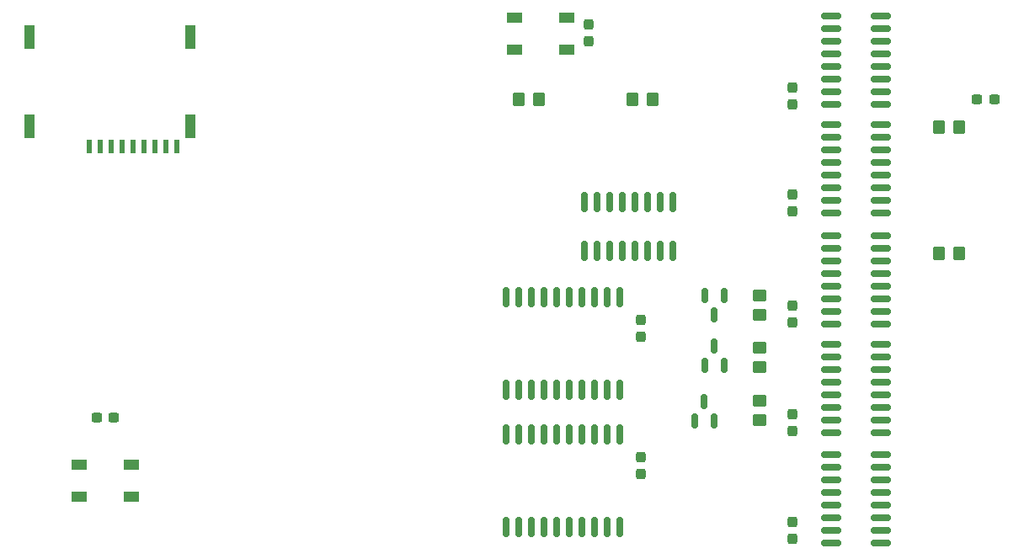
<source format=gbr>
%TF.GenerationSoftware,KiCad,Pcbnew,9.0.4*%
%TF.CreationDate,2025-09-26T12:58:40-07:00*%
%TF.ProjectId,SD-PGMR,53442d50-474d-4522-9e6b-696361645f70,v1.0*%
%TF.SameCoordinates,Original*%
%TF.FileFunction,Paste,Top*%
%TF.FilePolarity,Positive*%
%FSLAX46Y46*%
G04 Gerber Fmt 4.6, Leading zero omitted, Abs format (unit mm)*
G04 Created by KiCad (PCBNEW 9.0.4) date 2025-09-26 12:58:40*
%MOMM*%
%LPD*%
G01*
G04 APERTURE LIST*
G04 Aperture macros list*
%AMRoundRect*
0 Rectangle with rounded corners*
0 $1 Rounding radius*
0 $2 $3 $4 $5 $6 $7 $8 $9 X,Y pos of 4 corners*
0 Add a 4 corners polygon primitive as box body*
4,1,4,$2,$3,$4,$5,$6,$7,$8,$9,$2,$3,0*
0 Add four circle primitives for the rounded corners*
1,1,$1+$1,$2,$3*
1,1,$1+$1,$4,$5*
1,1,$1+$1,$6,$7*
1,1,$1+$1,$8,$9*
0 Add four rect primitives between the rounded corners*
20,1,$1+$1,$2,$3,$4,$5,0*
20,1,$1+$1,$4,$5,$6,$7,0*
20,1,$1+$1,$6,$7,$8,$9,0*
20,1,$1+$1,$8,$9,$2,$3,0*%
G04 Aperture macros list end*
%ADD10RoundRect,0.237500X-0.300000X-0.237500X0.300000X-0.237500X0.300000X0.237500X-0.300000X0.237500X0*%
%ADD11R,1.600000X1.000000*%
%ADD12RoundRect,0.150000X0.825000X0.150000X-0.825000X0.150000X-0.825000X-0.150000X0.825000X-0.150000X0*%
%ADD13RoundRect,0.150000X0.150000X-0.825000X0.150000X0.825000X-0.150000X0.825000X-0.150000X-0.825000X0*%
%ADD14RoundRect,0.150000X-0.150000X0.875000X-0.150000X-0.875000X0.150000X-0.875000X0.150000X0.875000X0*%
%ADD15R,0.620000X1.400000*%
%ADD16R,1.100000X2.400000*%
%ADD17RoundRect,0.250000X-0.350000X-0.450000X0.350000X-0.450000X0.350000X0.450000X-0.350000X0.450000X0*%
%ADD18RoundRect,0.250000X0.350000X0.450000X-0.350000X0.450000X-0.350000X-0.450000X0.350000X-0.450000X0*%
%ADD19RoundRect,0.250000X0.450000X-0.350000X0.450000X0.350000X-0.450000X0.350000X-0.450000X-0.350000X0*%
%ADD20RoundRect,0.250000X-0.450000X0.350000X-0.450000X-0.350000X0.450000X-0.350000X0.450000X0.350000X0*%
%ADD21RoundRect,0.150000X0.150000X-0.587500X0.150000X0.587500X-0.150000X0.587500X-0.150000X-0.587500X0*%
%ADD22RoundRect,0.150000X-0.150000X0.587500X-0.150000X-0.587500X0.150000X-0.587500X0.150000X0.587500X0*%
%ADD23RoundRect,0.237500X-0.237500X0.300000X-0.237500X-0.300000X0.237500X-0.300000X0.237500X0.300000X0*%
%ADD24RoundRect,0.237500X0.300000X0.237500X-0.300000X0.237500X-0.300000X-0.237500X0.300000X-0.237500X0*%
G04 APERTURE END LIST*
D10*
%TO.C,C10*%
X173381500Y-88900000D03*
X175106500Y-88900000D03*
%TD*%
D11*
%TO.C,SW2*%
X83100000Y-125650000D03*
X88350000Y-125650000D03*
X83100000Y-128850000D03*
X88350000Y-128850000D03*
%TD*%
%TO.C,SW1*%
X126915000Y-80696000D03*
X132165000Y-80696000D03*
X126915000Y-83896000D03*
X132165000Y-83896000D03*
%TD*%
D12*
%TO.C,U9*%
X163672500Y-89408000D03*
X163672500Y-88138000D03*
X163672500Y-86868000D03*
X163672500Y-85598000D03*
X163672500Y-84328000D03*
X163672500Y-83058000D03*
X163672500Y-81788000D03*
X163672500Y-80518000D03*
X158722500Y-80518000D03*
X158722500Y-81788000D03*
X158722500Y-83058000D03*
X158722500Y-84328000D03*
X158722500Y-85598000D03*
X158722500Y-86868000D03*
X158722500Y-88138000D03*
X158722500Y-89408000D03*
%TD*%
%TO.C,U8*%
X163672500Y-100330000D03*
X163672500Y-99060000D03*
X163672500Y-97790000D03*
X163672500Y-96520000D03*
X163672500Y-95250000D03*
X163672500Y-93980000D03*
X163672500Y-92710000D03*
X163672500Y-91440000D03*
X158722500Y-91440000D03*
X158722500Y-92710000D03*
X158722500Y-93980000D03*
X158722500Y-95250000D03*
X158722500Y-96520000D03*
X158722500Y-97790000D03*
X158722500Y-99060000D03*
X158722500Y-100330000D03*
%TD*%
%TO.C,U7*%
X163672500Y-111506000D03*
X163672500Y-110236000D03*
X163672500Y-108966000D03*
X163672500Y-107696000D03*
X163672500Y-106426000D03*
X163672500Y-105156000D03*
X163672500Y-103886000D03*
X163672500Y-102616000D03*
X158722500Y-102616000D03*
X158722500Y-103886000D03*
X158722500Y-105156000D03*
X158722500Y-106426000D03*
X158722500Y-107696000D03*
X158722500Y-108966000D03*
X158722500Y-110236000D03*
X158722500Y-111506000D03*
%TD*%
%TO.C,U6*%
X163672500Y-122428000D03*
X163672500Y-121158000D03*
X163672500Y-119888000D03*
X163672500Y-118618000D03*
X163672500Y-117348000D03*
X163672500Y-116078000D03*
X163672500Y-114808000D03*
X163672500Y-113538000D03*
X158722500Y-113538000D03*
X158722500Y-114808000D03*
X158722500Y-116078000D03*
X158722500Y-117348000D03*
X158722500Y-118618000D03*
X158722500Y-119888000D03*
X158722500Y-121158000D03*
X158722500Y-122428000D03*
%TD*%
%TO.C,U5*%
X163672500Y-133477000D03*
X163672500Y-132207000D03*
X163672500Y-130937000D03*
X163672500Y-129667000D03*
X163672500Y-128397000D03*
X163672500Y-127127000D03*
X163672500Y-125857000D03*
X163672500Y-124587000D03*
X158722500Y-124587000D03*
X158722500Y-125857000D03*
X158722500Y-127127000D03*
X158722500Y-128397000D03*
X158722500Y-129667000D03*
X158722500Y-130937000D03*
X158722500Y-132207000D03*
X158722500Y-133477000D03*
%TD*%
D13*
%TO.C,U4*%
X133892500Y-104140000D03*
X135162500Y-104140000D03*
X136432500Y-104140000D03*
X137702500Y-104140000D03*
X138972500Y-104140000D03*
X140242500Y-104140000D03*
X141512500Y-104140000D03*
X142782500Y-104140000D03*
X142782500Y-99190000D03*
X141512500Y-99190000D03*
X140242500Y-99190000D03*
X138972500Y-99190000D03*
X137702500Y-99190000D03*
X136432500Y-99190000D03*
X135162500Y-99190000D03*
X133892500Y-99190000D03*
%TD*%
D14*
%TO.C,U2*%
X137448500Y-122604000D03*
X136178500Y-122604000D03*
X134908500Y-122604000D03*
X133638500Y-122604000D03*
X132368500Y-122604000D03*
X131098500Y-122604000D03*
X129828500Y-122604000D03*
X128558500Y-122604000D03*
X127288500Y-122604000D03*
X126018500Y-122604000D03*
X126018500Y-131904000D03*
X127288500Y-131904000D03*
X128558500Y-131904000D03*
X129828500Y-131904000D03*
X131098500Y-131904000D03*
X132368500Y-131904000D03*
X133638500Y-131904000D03*
X134908500Y-131904000D03*
X136178500Y-131904000D03*
X137448500Y-131904000D03*
%TD*%
%TO.C,U1*%
X137448500Y-108810000D03*
X136178500Y-108810000D03*
X134908500Y-108810000D03*
X133638500Y-108810000D03*
X132368500Y-108810000D03*
X131098500Y-108810000D03*
X129828500Y-108810000D03*
X128558500Y-108810000D03*
X127288500Y-108810000D03*
X126018500Y-108810000D03*
X126018500Y-118110000D03*
X127288500Y-118110000D03*
X128558500Y-118110000D03*
X129828500Y-118110000D03*
X131098500Y-118110000D03*
X132368500Y-118110000D03*
X133638500Y-118110000D03*
X134908500Y-118110000D03*
X136178500Y-118110000D03*
X137448500Y-118110000D03*
%TD*%
D15*
%TO.C,SD1*%
X84121000Y-93600000D03*
X85221000Y-93600000D03*
X86321000Y-93600000D03*
X87421000Y-93600000D03*
X88521000Y-93600000D03*
X89621000Y-93600000D03*
X90721000Y-93600000D03*
X91821000Y-93600000D03*
X92921000Y-93600000D03*
D16*
X94301000Y-91600000D03*
X94301000Y-82600000D03*
X78151000Y-91600000D03*
X78151000Y-82600000D03*
%TD*%
D17*
%TO.C,R7*%
X169577000Y-104394000D03*
X171577000Y-104394000D03*
%TD*%
D18*
%TO.C,R6*%
X140734500Y-88900000D03*
X138734500Y-88900000D03*
%TD*%
%TO.C,R5*%
X129304500Y-88900000D03*
X127304500Y-88900000D03*
%TD*%
D19*
%TO.C,R4*%
X151545500Y-115824000D03*
X151545500Y-113824000D03*
%TD*%
D20*
%TO.C,R3*%
X151545500Y-119158000D03*
X151545500Y-121158000D03*
%TD*%
D17*
%TO.C,R2*%
X169577000Y-91694000D03*
X171577000Y-91694000D03*
%TD*%
D19*
%TO.C,R1*%
X151545500Y-110592000D03*
X151545500Y-108592000D03*
%TD*%
D21*
%TO.C,Q3*%
X146023500Y-115609500D03*
X147923500Y-115609500D03*
X146973500Y-113734500D03*
%TD*%
%TO.C,Q2*%
X145007500Y-121197500D03*
X146907500Y-121197500D03*
X145957500Y-119322500D03*
%TD*%
D22*
%TO.C,Q1*%
X147923500Y-108654500D03*
X146023500Y-108654500D03*
X146973500Y-110529500D03*
%TD*%
D23*
%TO.C,C9*%
X154847500Y-87683000D03*
X154847500Y-89408000D03*
%TD*%
%TO.C,C8*%
X154847500Y-98451500D03*
X154847500Y-100176500D03*
%TD*%
%TO.C,C7*%
X154847500Y-109627500D03*
X154847500Y-111352500D03*
%TD*%
%TO.C,C6*%
X154847500Y-120549500D03*
X154847500Y-122274500D03*
%TD*%
%TO.C,C5*%
X154847500Y-131371000D03*
X154847500Y-133096000D03*
%TD*%
%TO.C,C4*%
X134366000Y-81333000D03*
X134366000Y-83058000D03*
%TD*%
%TO.C,C3*%
X139607500Y-124867500D03*
X139607500Y-126592500D03*
%TD*%
%TO.C,C2*%
X139607500Y-111051000D03*
X139607500Y-112776000D03*
%TD*%
D24*
%TO.C,C1*%
X86587500Y-120900000D03*
X84862500Y-120900000D03*
%TD*%
M02*

</source>
